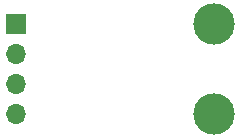
<source format=gbr>
%TF.GenerationSoftware,KiCad,Pcbnew,7.0.5*%
%TF.CreationDate,2023-06-08T09:16:16-06:00*%
%TF.ProjectId,VoltageRegulator,566f6c74-6167-4655-9265-67756c61746f,rev?*%
%TF.SameCoordinates,Original*%
%TF.FileFunction,Soldermask,Bot*%
%TF.FilePolarity,Negative*%
%FSLAX46Y46*%
G04 Gerber Fmt 4.6, Leading zero omitted, Abs format (unit mm)*
G04 Created by KiCad (PCBNEW 7.0.5) date 2023-06-08 09:16:16*
%MOMM*%
%LPD*%
G01*
G04 APERTURE LIST*
%ADD10C,3.500000*%
%ADD11R,1.700000X1.700000*%
%ADD12O,1.700000X1.700000*%
G04 APERTURE END LIST*
D10*
%TO.C,H1*%
X148844000Y-94615000D03*
%TD*%
D11*
%TO.C,J1*%
X132080000Y-94625000D03*
D12*
X132080000Y-97165000D03*
X132080000Y-99705000D03*
X132080000Y-102245000D03*
%TD*%
D10*
%TO.C,H2*%
X148844000Y-102235000D03*
%TD*%
M02*

</source>
